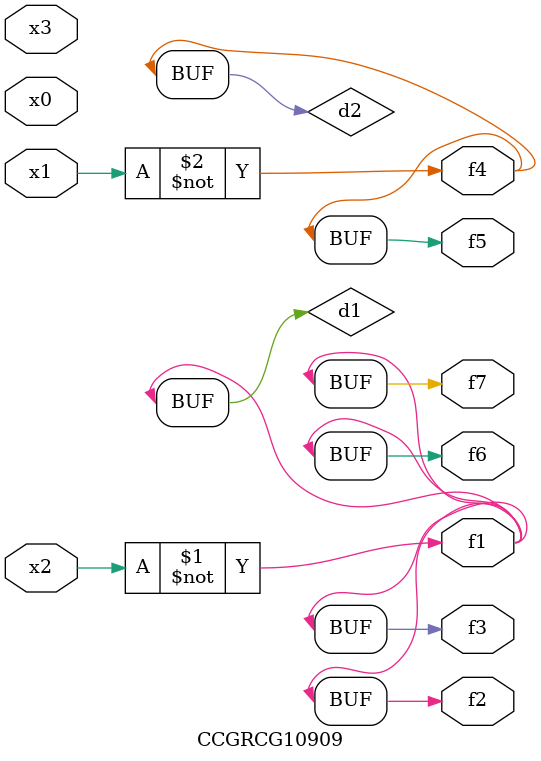
<source format=v>
module CCGRCG10909(
	input x0, x1, x2, x3,
	output f1, f2, f3, f4, f5, f6, f7
);

	wire d1, d2;

	xnor (d1, x2);
	not (d2, x1);
	assign f1 = d1;
	assign f2 = d1;
	assign f3 = d1;
	assign f4 = d2;
	assign f5 = d2;
	assign f6 = d1;
	assign f7 = d1;
endmodule

</source>
